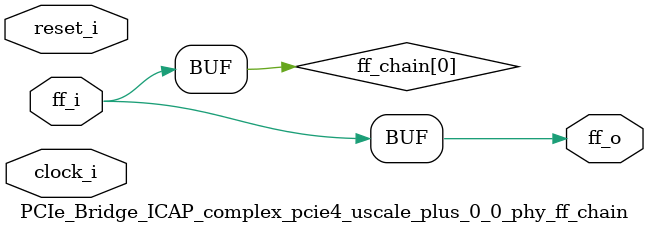
<source format=v>
/*****************************************************************************
** Description:
**    Flop Chain
**
******************************************************************************/

`timescale 1ps/1ps

`define AS_PHYREG(clk, reset, q, d, rstval)  \
   always @(posedge clk or posedge reset) begin \
      if (reset) \
         q  <= #(TCQ)   rstval;  \
      else  \
         q  <= #(TCQ)   d; \
   end

`define PHYREG(clk, reset, q, d, rstval)  \
   always @(posedge clk) begin \
      if (reset) \
         q  <= #(TCQ)   rstval;  \
      else  \
         q  <= #(TCQ)   d; \
   end

(* DowngradeIPIdentifiedWarnings = "yes" *)
module PCIe_Bridge_ICAP_complex_pcie4_uscale_plus_0_0_phy_ff_chain #(
   // Parameters
   parameter integer PIPELINE_STAGES   = 0,        // 0 = no pipeline; 1 = 1 stage; 2 = 2 stages; 3 = 3 stages
   parameter         ASYNC             = "FALSE",
   parameter integer FF_WIDTH          = 1,
   parameter integer RST_VAL           = 0,
   parameter integer TCQ               = 1
)  (   
   input  wire                         clock_i,          
   input  wire                         reset_i,           
   input  wire [FF_WIDTH-1:0]          ff_i,            
   output wire [FF_WIDTH-1:0]          ff_o        
   );

   genvar   var_i;

   reg   [FF_WIDTH-1:0]          ff_chain [PIPELINE_STAGES:0];

   always @(*) ff_chain[0] = ff_i;

generate
   if (PIPELINE_STAGES > 0) begin:  with_ff_chain
      for (var_i = 0; var_i < PIPELINE_STAGES; var_i = var_i + 1) begin: ff_chain_gen
         if (ASYNC == "TRUE") begin: async_rst
            `AS_PHYREG(clock_i, reset_i, ff_chain[var_i+1], ff_chain[var_i], RST_VAL)
         end else begin: sync_rst
            `PHYREG(clock_i, reset_i, ff_chain[var_i+1], ff_chain[var_i], RST_VAL)
         end
      end
   end
endgenerate

   assign ff_o = ff_chain[PIPELINE_STAGES];

endmodule

</source>
